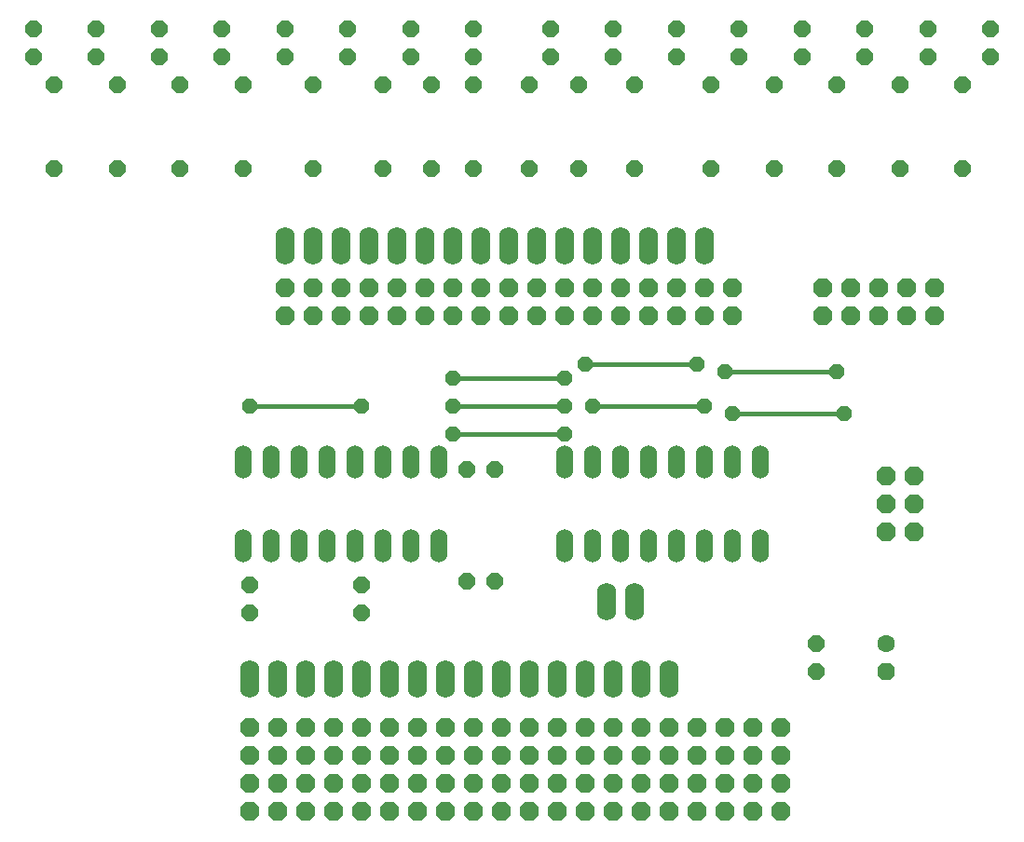
<source format=gbr>
G75*
G70*
%OFA0B0*%
%FSLAX24Y24*%
%IPPOS*%
%LPD*%
%AMOC8*
5,1,8,0,0,1.08239X$1,22.5*
%
%ADD10O,0.0600X0.1200*%
%ADD11OC8,0.0680*%
%ADD12O,0.0680X0.1360*%
%ADD13OC8,0.0600*%
%ADD14OC8,0.0630*%
%ADD15C,0.0630*%
%ADD16C,0.0160*%
%ADD17OC8,0.0560*%
D10*
X010151Y013588D03*
X011151Y013588D03*
X012151Y013588D03*
X013151Y013588D03*
X014151Y013588D03*
X015151Y013588D03*
X016151Y013588D03*
X017151Y013588D03*
X017151Y016588D03*
X016151Y016588D03*
X015151Y016588D03*
X014151Y016588D03*
X013151Y016588D03*
X012151Y016588D03*
X011151Y016588D03*
X010151Y016588D03*
X021651Y016588D03*
X022651Y016588D03*
X023651Y016588D03*
X024651Y016588D03*
X025651Y016588D03*
X026651Y016588D03*
X027651Y016588D03*
X028651Y016588D03*
X028651Y013588D03*
X027651Y013588D03*
X026651Y013588D03*
X025651Y013588D03*
X024651Y013588D03*
X023651Y013588D03*
X022651Y013588D03*
X021651Y013588D03*
D11*
X010401Y004088D03*
X011401Y004088D03*
X012401Y004088D03*
X013401Y004088D03*
X014401Y004088D03*
X015401Y004088D03*
X016401Y004088D03*
X017401Y004088D03*
X018401Y004088D03*
X019401Y004088D03*
X020401Y004088D03*
X021401Y004088D03*
X022401Y004088D03*
X023401Y004088D03*
X024401Y004088D03*
X025401Y004088D03*
X026401Y004088D03*
X027401Y004088D03*
X028401Y004088D03*
X029401Y004088D03*
X029401Y005088D03*
X028401Y005088D03*
X027401Y005088D03*
X026401Y005088D03*
X025401Y005088D03*
X024401Y005088D03*
X023401Y005088D03*
X022401Y005088D03*
X021401Y005088D03*
X020401Y005088D03*
X019401Y005088D03*
X018401Y005088D03*
X017401Y005088D03*
X016401Y005088D03*
X015401Y005088D03*
X014401Y005088D03*
X013401Y005088D03*
X012401Y005088D03*
X011401Y005088D03*
X010401Y005088D03*
X010401Y006088D03*
X011401Y006088D03*
X012401Y006088D03*
X013401Y006088D03*
X014401Y006088D03*
X015401Y006088D03*
X016401Y006088D03*
X017401Y006088D03*
X018401Y006088D03*
X019401Y006088D03*
X020401Y006088D03*
X021401Y006088D03*
X022401Y006088D03*
X023401Y006088D03*
X024401Y006088D03*
X025401Y006088D03*
X026401Y006088D03*
X027401Y006088D03*
X028401Y006088D03*
X029401Y006088D03*
X029401Y007088D03*
X028401Y007088D03*
X027401Y007088D03*
X026401Y007088D03*
X025401Y007088D03*
X024401Y007088D03*
X023401Y007088D03*
X022401Y007088D03*
X021401Y007088D03*
X020401Y007088D03*
X019401Y007088D03*
X018401Y007088D03*
X017401Y007088D03*
X016401Y007088D03*
X015401Y007088D03*
X014401Y007088D03*
X013401Y007088D03*
X012401Y007088D03*
X011401Y007088D03*
X010401Y007088D03*
X011651Y021838D03*
X012651Y021838D03*
X013651Y021838D03*
X014651Y021838D03*
X015651Y021838D03*
X016651Y021838D03*
X017651Y021838D03*
X018651Y021838D03*
X019651Y021838D03*
X020651Y021838D03*
X021651Y021838D03*
X022651Y021838D03*
X023651Y021838D03*
X024651Y021838D03*
X025651Y021838D03*
X026651Y021838D03*
X027651Y021838D03*
X027651Y022838D03*
X026651Y022838D03*
X025651Y022838D03*
X024651Y022838D03*
X023651Y022838D03*
X022651Y022838D03*
X021651Y022838D03*
X020651Y022838D03*
X019651Y022838D03*
X018651Y022838D03*
X017651Y022838D03*
X016651Y022838D03*
X015651Y022838D03*
X014651Y022838D03*
X013651Y022838D03*
X012651Y022838D03*
X011651Y022838D03*
X030901Y022838D03*
X030901Y021838D03*
X031901Y021838D03*
X032901Y021838D03*
X033901Y021838D03*
X034901Y021838D03*
X034901Y022838D03*
X033901Y022838D03*
X032901Y022838D03*
X031901Y022838D03*
X033151Y016088D03*
X033151Y015088D03*
X033151Y014088D03*
X034151Y014088D03*
X034151Y015088D03*
X034151Y016088D03*
D12*
X025401Y008838D03*
X024401Y008838D03*
X023401Y008838D03*
X022401Y008838D03*
X021401Y008838D03*
X020401Y008838D03*
X019401Y008838D03*
X018401Y008838D03*
X017401Y008838D03*
X016401Y008838D03*
X015401Y008838D03*
X014401Y008838D03*
X013401Y008838D03*
X012401Y008838D03*
X011401Y008838D03*
X010401Y008838D03*
X023151Y011588D03*
X024151Y011588D03*
X023651Y024338D03*
X022651Y024338D03*
X021651Y024338D03*
X020651Y024338D03*
X019651Y024338D03*
X018651Y024338D03*
X017651Y024338D03*
X016651Y024338D03*
X015651Y024338D03*
X014651Y024338D03*
X013651Y024338D03*
X012651Y024338D03*
X011651Y024338D03*
X024651Y024338D03*
X025651Y024338D03*
X026651Y024338D03*
D13*
X026901Y027088D03*
X029151Y027088D03*
X031401Y027088D03*
X033651Y027088D03*
X035901Y027088D03*
X035901Y030088D03*
X036901Y031088D03*
X036901Y032088D03*
X034651Y032088D03*
X034651Y031088D03*
X033651Y030088D03*
X032401Y031088D03*
X032401Y032088D03*
X031401Y030088D03*
X030151Y031088D03*
X030151Y032088D03*
X029151Y030088D03*
X027901Y031088D03*
X027901Y032088D03*
X026901Y030088D03*
X025651Y031088D03*
X025651Y032088D03*
X024151Y030088D03*
X023401Y031088D03*
X023401Y032088D03*
X021151Y032088D03*
X021151Y031088D03*
X020401Y030088D03*
X022151Y030088D03*
X022151Y027088D03*
X020401Y027088D03*
X018401Y027088D03*
X016901Y027088D03*
X015151Y027088D03*
X012651Y027088D03*
X010151Y027088D03*
X007901Y027088D03*
X005651Y027088D03*
X003401Y027088D03*
X003401Y030088D03*
X002651Y031088D03*
X002651Y032088D03*
X004901Y032088D03*
X004901Y031088D03*
X005651Y030088D03*
X007151Y031088D03*
X007151Y032088D03*
X007901Y030088D03*
X009401Y031088D03*
X009401Y032088D03*
X010151Y030088D03*
X011651Y031088D03*
X011651Y032088D03*
X012651Y030088D03*
X013901Y031088D03*
X013901Y032088D03*
X016151Y032088D03*
X016151Y031088D03*
X016901Y030088D03*
X018401Y030088D03*
X018401Y031088D03*
X018401Y032088D03*
X015151Y030088D03*
X024151Y027088D03*
X019151Y016338D03*
X018151Y016338D03*
X018151Y012338D03*
X019151Y012338D03*
X014401Y012213D03*
X014401Y011213D03*
X010401Y011213D03*
X010401Y012213D03*
X030651Y010088D03*
X030651Y009088D03*
D14*
X033151Y009088D03*
D15*
X033151Y010088D03*
D16*
X031651Y018338D02*
X027651Y018338D01*
X026651Y018588D02*
X022651Y018588D01*
X021651Y018588D02*
X017651Y018588D01*
X017651Y017588D02*
X021651Y017588D01*
X021651Y019588D02*
X017651Y019588D01*
X014401Y018588D02*
X010401Y018588D01*
X022401Y020088D02*
X026401Y020088D01*
X027401Y019838D02*
X031401Y019838D01*
D17*
X031401Y019838D03*
X031651Y018338D03*
X027651Y018338D03*
X026651Y018588D03*
X027401Y019838D03*
X026401Y020088D03*
X022651Y018588D03*
X021651Y018588D03*
X021651Y017588D03*
X021651Y019588D03*
X022401Y020088D03*
X017651Y019588D03*
X017651Y018588D03*
X017651Y017588D03*
X014401Y018588D03*
X010401Y018588D03*
M02*

</source>
